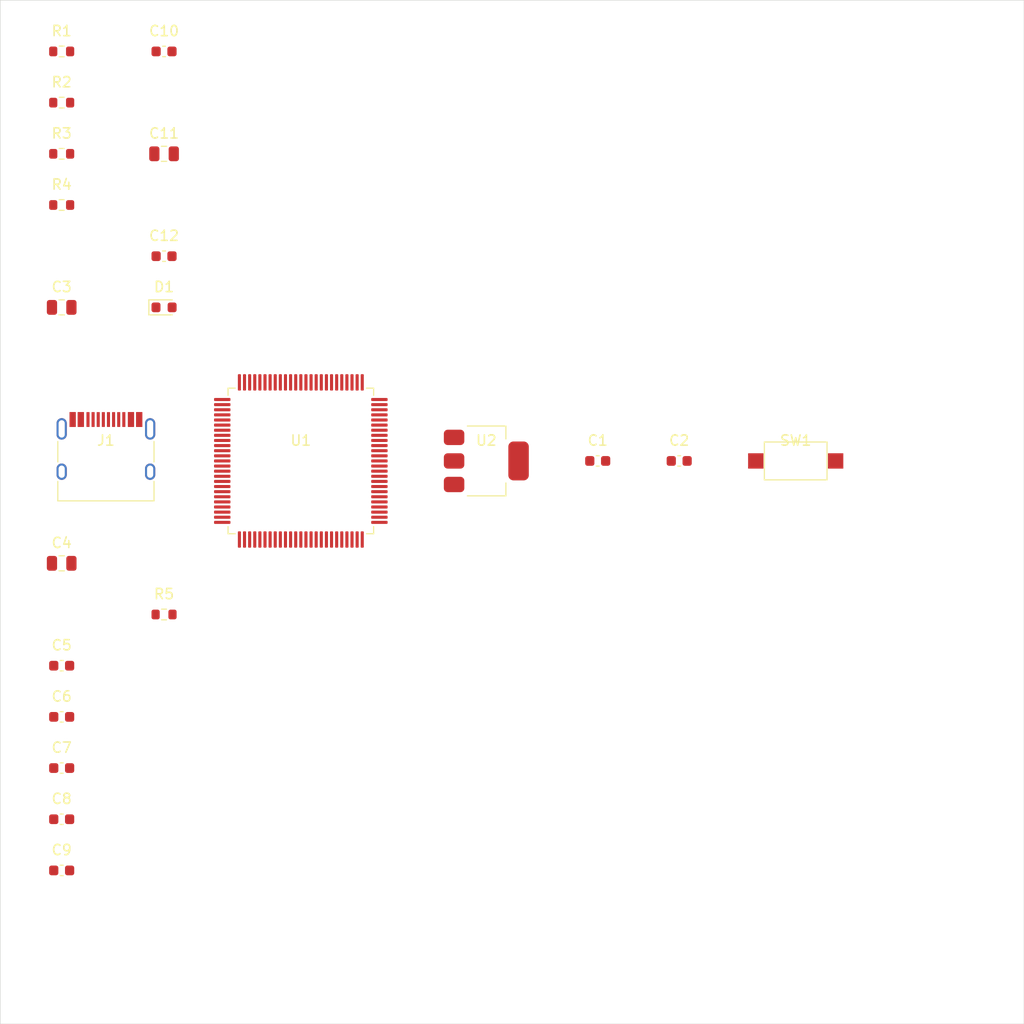
<source format=kicad_pcb>
(kicad_pcb (version 20241229) (generator "pcbnew") (generator_version "9.0")
  (layers (0 "F.Cu" signal) (2 "B.Cu" signal) (13 "F.Paste" user) (15 "B.Paste" user) (5 "F.SilkS" user "F.Silkscreen") (7 "B.SilkS" user "B.Silkscreen") (1 "F.Mask" user) (3 "B.Mask" user) (25 "Edge.Cuts" user))
  (net 0 "")
  (footprint "Connector_USB:USB_C_Receptacle_HRO_TYPE-C-31-M-12" (layer "F.Cu") (at 10.32 45.0)
    (property "Reference" "J1" (at 0 -2 0) (layer "F.SilkS") (effects (font (size 1.0 1.0))))
    (property "Value" "")
    (fp_line (start -4.7 -1.9) (end -4.7 0.1) (stroke (width 0.12)) (layer "F.SilkS"))
    (fp_line (start -4.7 2.0) (end -4.7 3.9) (stroke (width 0.12)) (layer "F.SilkS"))
    (fp_line (start -4.7 3.9) (end 4.7 3.9) (stroke (width 0.12)) (layer "F.SilkS"))
    (fp_line (start 4.7 -1.9) (end 4.7 0.1) (stroke (width 0.12)) (layer "F.SilkS"))
    (fp_line (start 4.7 2.0) (end 4.7 3.9) (stroke (width 0.12)) (layer "F.SilkS"))
    (pad "" np_thru_hole circle (at -2.89 -2.6) (size 0.65 0.65) (layers "*.Cu" "*.Mask") (drill 0.65))
    (pad "" np_thru_hole circle (at 2.89 -2.6) (size 0.65 0.65) (layers "*.Cu" "*.Mask") (drill 0.65))
    (pad "A1" smd rect (at -3.25 -4.045) (size 0.6 1.45) (layers "F.Cu" "F.Mask" "F.Paste"))
    (pad "A4" smd rect (at -2.45 -4.045) (size 0.6 1.45) (layers "F.Cu" "F.Mask" "F.Paste"))
    (pad "A5" smd rect (at -1.25 -4.045) (size 0.3 1.45) (layers "F.Cu" "F.Mask" "F.Paste"))
    (pad "A6" smd rect (at -0.25 -4.045) (size 0.3 1.45) (layers "F.Cu" "F.Mask" "F.Paste"))
    (pad "A7" smd rect (at 0.25 -4.045) (size 0.3 1.45) (layers "F.Cu" "F.Mask" "F.Paste"))
    (pad "A8" smd rect (at 1.25 -4.045) (size 0.3 1.45) (layers "F.Cu" "F.Mask" "F.Paste"))
    (pad "A9" smd rect (at 2.45 -4.045) (size 0.6 1.45) (layers "F.Cu" "F.Mask" "F.Paste"))
    (pad "A12" smd rect (at 3.25 -4.045) (size 0.6 1.45) (layers "F.Cu" "F.Mask" "F.Paste"))
    (pad "B1" smd rect (at 3.25 -4.045) (size 0.6 1.45) (layers "F.Cu" "F.Mask" "F.Paste"))
    (pad "B4" smd rect (at 2.45 -4.045) (size 0.6 1.45) (layers "F.Cu" "F.Mask" "F.Paste"))
    (pad "B5" smd rect (at 1.75 -4.045) (size 0.3 1.45) (layers "F.Cu" "F.Mask" "F.Paste"))
    (pad "B6" smd rect (at 0.75 -4.045) (size 0.3 1.45) (layers "F.Cu" "F.Mask" "F.Paste"))
    (pad "B7" smd rect (at -0.75 -4.045) (size 0.3 1.45) (layers "F.Cu" "F.Mask" "F.Paste"))
    (pad "B8" smd rect (at -1.75 -4.045) (size 0.3 1.45) (layers "F.Cu" "F.Mask" "F.Paste"))
    (pad "B9" smd rect (at -2.45 -4.045) (size 0.6 1.45) (layers "F.Cu" "F.Mask" "F.Paste"))
    (pad "B12" smd rect (at -3.25 -4.045) (size 0.6 1.45) (layers "F.Cu" "F.Mask" "F.Paste"))
    (pad "S1" thru_hole oval (at -4.32 -3.13) (size 1.0 2.1) (layers "*.Cu" "*.Mask") (drill oval 0.6 1.7) (property pad_prop_heatsink))
    (pad "S1" thru_hole oval (at -4.32 1.05) (size 1.0 1.6) (layers "*.Cu" "*.Mask") (drill oval 0.6 1.2) (property pad_prop_heatsink))
    (pad "S1" thru_hole oval (at 4.32 -3.13) (size 1.0 2.1) (layers "*.Cu" "*.Mask") (drill oval 0.6 1.7) (property pad_prop_heatsink))
    (pad "S1" thru_hole oval (at 4.32 1.05) (size 1.0 1.6) (layers "*.Cu" "*.Mask") (drill oval 0.6 1.2) (property pad_prop_heatsink))
  )
  (footprint "Package_QFP:LQFP-100_14x14mm_P0.5mm" (layer "F.Cu") (at 29.36 45.0)
    (property "Reference" "U1" (at 0 -2 0) (layer "F.SilkS") (effects (font (size 1.0 1.0))))
    (property "Value" "")
    (fp_line (start -7.11 -7.11) (end -7.11 -6.41) (stroke (width 0.12)) (layer "F.SilkS"))
    (fp_line (start -7.11 7.11) (end -7.11 6.41) (stroke (width 0.12)) (layer "F.SilkS"))
    (fp_line (start -6.41 -7.11) (end -7.11 -7.11) (stroke (width 0.12)) (layer "F.SilkS"))
    (fp_line (start -6.41 7.11) (end -7.11 7.11) (stroke (width 0.12)) (layer "F.SilkS"))
    (fp_line (start 6.41 -7.11) (end 7.11 -7.11) (stroke (width 0.12)) (layer "F.SilkS"))
    (fp_line (start 6.41 7.11) (end 7.11 7.11) (stroke (width 0.12)) (layer "F.SilkS"))
    (fp_line (start 7.11 -7.11) (end 7.11 -6.41) (stroke (width 0.12)) (layer "F.SilkS"))
    (fp_line (start 7.11 7.11) (end 7.11 6.41) (stroke (width 0.12)) (layer "F.SilkS"))
    (pad "1" smd roundrect (at -7.675 -6.0) (size 1.6 0.3) (layers "F.Cu" "F.Paste" "F.Mask"))
    (pad "2" smd roundrect (at -7.675 -5.5) (size 1.6 0.3) (layers "F.Cu" "F.Paste" "F.Mask"))
    (pad "3" smd roundrect (at -7.675 -5.0) (size 1.6 0.3) (layers "F.Cu" "F.Paste" "F.Mask"))
    (pad "4" smd roundrect (at -7.675 -4.5) (size 1.6 0.3) (layers "F.Cu" "F.Paste" "F.Mask"))
    (pad "5" smd roundrect (at -7.675 -4.0) (size 1.6 0.3) (layers "F.Cu" "F.Paste" "F.Mask"))
    (pad "6" smd roundrect (at -7.675 -3.5) (size 1.6 0.3) (layers "F.Cu" "F.Paste" "F.Mask"))
    (pad "7" smd roundrect (at -7.675 -3.0) (size 1.6 0.3) (layers "F.Cu" "F.Paste" "F.Mask"))
    (pad "8" smd roundrect (at -7.675 -2.5) (size 1.6 0.3) (layers "F.Cu" "F.Paste" "F.Mask"))
    (pad "9" smd roundrect (at -7.675 -2.0) (size 1.6 0.3) (layers "F.Cu" "F.Paste" "F.Mask"))
    (pad "10" smd roundrect (at -7.675 -1.5) (size 1.6 0.3) (layers "F.Cu" "F.Paste" "F.Mask"))
    (pad "11" smd roundrect (at -7.675 -1.0) (size 1.6 0.3) (layers "F.Cu" "F.Paste" "F.Mask"))
    (pad "12" smd roundrect (at -7.675 -0.5) (size 1.6 0.3) (layers "F.Cu" "F.Paste" "F.Mask"))
    (pad "13" smd roundrect (at -7.675 0.0) (size 1.6 0.3) (layers "F.Cu" "F.Paste" "F.Mask"))
    (pad "14" smd roundrect (at -7.675 0.5) (size 1.6 0.3) (layers "F.Cu" "F.Paste" "F.Mask"))
    (pad "15" smd roundrect (at -7.675 1.0) (size 1.6 0.3) (layers "F.Cu" "F.Paste" "F.Mask"))
    (pad "16" smd roundrect (at -7.675 1.5) (size 1.6 0.3) (layers "F.Cu" "F.Paste" "F.Mask"))
    (pad "17" smd roundrect (at -7.675 2.0) (size 1.6 0.3) (layers "F.Cu" "F.Paste" "F.Mask"))
    (pad "18" smd roundrect (at -7.675 2.5) (size 1.6 0.3) (layers "F.Cu" "F.Paste" "F.Mask"))
    (pad "19" smd roundrect (at -7.675 3.0) (size 1.6 0.3) (layers "F.Cu" "F.Paste" "F.Mask"))
    (pad "20" smd roundrect (at -7.675 3.5) (size 1.6 0.3) (layers "F.Cu" "F.Paste" "F.Mask"))
    (pad "21" smd roundrect (at -7.675 4.0) (size 1.6 0.3) (layers "F.Cu" "F.Paste" "F.Mask"))
    (pad "22" smd roundrect (at -7.675 4.5) (size 1.6 0.3) (layers "F.Cu" "F.Paste" "F.Mask"))
    (pad "23" smd roundrect (at -7.675 5.0) (size 1.6 0.3) (layers "F.Cu" "F.Paste" "F.Mask"))
    (pad "24" smd roundrect (at -7.675 5.5) (size 1.6 0.3) (layers "F.Cu" "F.Paste" "F.Mask"))
    (pad "25" smd roundrect (at -7.675 6.0) (size 1.6 0.3) (layers "F.Cu" "F.Paste" "F.Mask"))
    (pad "26" smd roundrect (at -6.0 7.675) (size 0.3 1.6) (layers "F.Cu" "F.Paste" "F.Mask"))
    (pad "27" smd roundrect (at -5.5 7.675) (size 0.3 1.6) (layers "F.Cu" "F.Paste" "F.Mask"))
    (pad "28" smd roundrect (at -5.0 7.675) (size 0.3 1.6) (layers "F.Cu" "F.Paste" "F.Mask"))
    (pad "29" smd roundrect (at -4.5 7.675) (size 0.3 1.6) (layers "F.Cu" "F.Paste" "F.Mask"))
    (pad "30" smd roundrect (at -4.0 7.675) (size 0.3 1.6) (layers "F.Cu" "F.Paste" "F.Mask"))
    (pad "31" smd roundrect (at -3.5 7.675) (size 0.3 1.6) (layers "F.Cu" "F.Paste" "F.Mask"))
    (pad "32" smd roundrect (at -3.0 7.675) (size 0.3 1.6) (layers "F.Cu" "F.Paste" "F.Mask"))
    (pad "33" smd roundrect (at -2.5 7.675) (size 0.3 1.6) (layers "F.Cu" "F.Paste" "F.Mask"))
    (pad "34" smd roundrect (at -2.0 7.675) (size 0.3 1.6) (layers "F.Cu" "F.Paste" "F.Mask"))
    (pad "35" smd roundrect (at -1.5 7.675) (size 0.3 1.6) (layers "F.Cu" "F.Paste" "F.Mask"))
    (pad "36" smd roundrect (at -1.0 7.675) (size 0.3 1.6) (layers "F.Cu" "F.Paste" "F.Mask"))
    (pad "37" smd roundrect (at -0.5 7.675) (size 0.3 1.6) (layers "F.Cu" "F.Paste" "F.Mask"))
    (pad "38" smd roundrect (at 0.0 7.675) (size 0.3 1.6) (layers "F.Cu" "F.Paste" "F.Mask"))
    (pad "39" smd roundrect (at 0.5 7.675) (size 0.3 1.6) (layers "F.Cu" "F.Paste" "F.Mask"))
    (pad "40" smd roundrect (at 1.0 7.675) (size 0.3 1.6) (layers "F.Cu" "F.Paste" "F.Mask"))
    (pad "41" smd roundrect (at 1.5 7.675) (size 0.3 1.6) (layers "F.Cu" "F.Paste" "F.Mask"))
    (pad "42" smd roundrect (at 2.0 7.675) (size 0.3 1.6) (layers "F.Cu" "F.Paste" "F.Mask"))
    (pad "43" smd roundrect (at 2.5 7.675) (size 0.3 1.6) (layers "F.Cu" "F.Paste" "F.Mask"))
    (pad "44" smd roundrect (at 3.0 7.675) (size 0.3 1.6) (layers "F.Cu" "F.Paste" "F.Mask"))
    (pad "45" smd roundrect (at 3.5 7.675) (size 0.3 1.6) (layers "F.Cu" "F.Paste" "F.Mask"))
    (pad "46" smd roundrect (at 4.0 7.675) (size 0.3 1.6) (layers "F.Cu" "F.Paste" "F.Mask"))
    (pad "47" smd roundrect (at 4.5 7.675) (size 0.3 1.6) (layers "F.Cu" "F.Paste" "F.Mask"))
    (pad "48" smd roundrect (at 5.0 7.675) (size 0.3 1.6) (layers "F.Cu" "F.Paste" "F.Mask"))
    (pad "49" smd roundrect (at 5.5 7.675) (size 0.3 1.6) (layers "F.Cu" "F.Paste" "F.Mask"))
    (pad "50" smd roundrect (at 6.0 7.675) (size 0.3 1.6) (layers "F.Cu" "F.Paste" "F.Mask"))
    (pad "51" smd roundrect (at 7.675 6.0) (size 1.6 0.3) (layers "F.Cu" "F.Paste" "F.Mask"))
    (pad "52" smd roundrect (at 7.675 5.5) (size 1.6 0.3) (layers "F.Cu" "F.Paste" "F.Mask"))
    (pad "53" smd roundrect (at 7.675 5.0) (size 1.6 0.3) (layers "F.Cu" "F.Paste" "F.Mask"))
    (pad "54" smd roundrect (at 7.675 4.5) (size 1.6 0.3) (layers "F.Cu" "F.Paste" "F.Mask"))
    (pad "55" smd roundrect (at 7.675 4.0) (size 1.6 0.3) (layers "F.Cu" "F.Paste" "F.Mask"))
    (pad "56" smd roundrect (at 7.675 3.5) (size 1.6 0.3) (layers "F.Cu" "F.Paste" "F.Mask"))
    (pad "57" smd roundrect (at 7.675 3.0) (size 1.6 0.3) (layers "F.Cu" "F.Paste" "F.Mask"))
    (pad "58" smd roundrect (at 7.675 2.5) (size 1.6 0.3) (layers "F.Cu" "F.Paste" "F.Mask"))
    (pad "59" smd roundrect (at 7.675 2.0) (size 1.6 0.3) (layers "F.Cu" "F.Paste" "F.Mask"))
    (pad "60" smd roundrect (at 7.675 1.5) (size 1.6 0.3) (layers "F.Cu" "F.Paste" "F.Mask"))
    (pad "61" smd roundrect (at 7.675 1.0) (size 1.6 0.3) (layers "F.Cu" "F.Paste" "F.Mask"))
    (pad "62" smd roundrect (at 7.675 0.5) (size 1.6 0.3) (layers "F.Cu" "F.Paste" "F.Mask"))
    (pad "63" smd roundrect (at 7.675 0.0) (size 1.6 0.3) (layers "F.Cu" "F.Paste" "F.Mask"))
    (pad "64" smd roundrect (at 7.675 -0.5) (size 1.6 0.3) (layers "F.Cu" "F.Paste" "F.Mask"))
    (pad "65" smd roundrect (at 7.675 -1.0) (size 1.6 0.3) (layers "F.Cu" "F.Paste" "F.Mask"))
    (pad "66" smd roundrect (at 7.675 -1.5) (size 1.6 0.3) (layers "F.Cu" "F.Paste" "F.Mask"))
    (pad "67" smd roundrect (at 7.675 -2.0) (size 1.6 0.3) (layers "F.Cu" "F.Paste" "F.Mask"))
    (pad "68" smd roundrect (at 7.675 -2.5) (size 1.6 0.3) (layers "F.Cu" "F.Paste" "F.Mask"))
    (pad "69" smd roundrect (at 7.675 -3.0) (size 1.6 0.3) (layers "F.Cu" "F.Paste" "F.Mask"))
    (pad "70" smd roundrect (at 7.675 -3.5) (size 1.6 0.3) (layers "F.Cu" "F.Paste" "F.Mask"))
    (pad "71" smd roundrect (at 7.675 -4.0) (size 1.6 0.3) (layers "F.Cu" "F.Paste" "F.Mask"))
    (pad "72" smd roundrect (at 7.675 -4.5) (size 1.6 0.3) (layers "F.Cu" "F.Paste" "F.Mask"))
    (pad "73" smd roundrect (at 7.675 -5.0) (size 1.6 0.3) (layers "F.Cu" "F.Paste" "F.Mask"))
    (pad "74" smd roundrect (at 7.675 -5.5) (size 1.6 0.3) (layers "F.Cu" "F.Paste" "F.Mask"))
    (pad "75" smd roundrect (at 7.675 -6.0) (size 1.6 0.3) (layers "F.Cu" "F.Paste" "F.Mask"))
    (pad "76" smd roundrect (at 6.0 -7.675) (size 0.3 1.6) (layers "F.Cu" "F.Paste" "F.Mask"))
    (pad "77" smd roundrect (at 5.5 -7.675) (size 0.3 1.6) (layers "F.Cu" "F.Paste" "F.Mask"))
    (pad "78" smd roundrect (at 5.0 -7.675) (size 0.3 1.6) (layers "F.Cu" "F.Paste" "F.Mask"))
    (pad "79" smd roundrect (at 4.5 -7.675) (size 0.3 1.6) (layers "F.Cu" "F.Paste" "F.Mask"))
    (pad "80" smd roundrect (at 4.0 -7.675) (size 0.3 1.6) (layers "F.Cu" "F.Paste" "F.Mask"))
    (pad "81" smd roundrect (at 3.5 -7.675) (size 0.3 1.6) (layers "F.Cu" "F.Paste" "F.Mask"))
    (pad "82" smd roundrect (at 3.0 -7.675) (size 0.3 1.6) (layers "F.Cu" "F.Paste" "F.Mask"))
    (pad "83" smd roundrect (at 2.5 -7.675) (size 0.3 1.6) (layers "F.Cu" "F.Paste" "F.Mask"))
    (pad "84" smd roundrect (at 2.0 -7.675) (size 0.3 1.6) (layers "F.Cu" "F.Paste" "F.Mask"))
    (pad "85" smd roundrect (at 1.5 -7.675) (size 0.3 1.6) (layers "F.Cu" "F.Paste" "F.Mask"))
    (pad "86" smd roundrect (at 1.0 -7.675) (size 0.3 1.6) (layers "F.Cu" "F.Paste" "F.Mask"))
    (pad "87" smd roundrect (at 0.5 -7.675) (size 0.3 1.6) (layers "F.Cu" "F.Paste" "F.Mask"))
    (pad "88" smd roundrect (at 0.0 -7.675) (size 0.3 1.6) (layers "F.Cu" "F.Paste" "F.Mask"))
    (pad "89" smd roundrect (at -0.5 -7.675) (size 0.3 1.6) (layers "F.Cu" "F.Paste" "F.Mask"))
    (pad "90" smd roundrect (at -1.0 -7.675) (size 0.3 1.6) (layers "F.Cu" "F.Paste" "F.Mask"))
    (pad "91" smd roundrect (at -1.5 -7.675) (size 0.3 1.6) (layers "F.Cu" "F.Paste" "F.Mask"))
    (pad "92" smd roundrect (at -2.0 -7.675) (size 0.3 1.6) (layers "F.Cu" "F.Paste" "F.Mask"))
    (pad "93" smd roundrect (at -2.5 -7.675) (size 0.3 1.6) (layers "F.Cu" "F.Paste" "F.Mask"))
    (pad "94" smd roundrect (at -3.0 -7.675) (size 0.3 1.6) (layers "F.Cu" "F.Paste" "F.Mask"))
    (pad "95" smd roundrect (at -3.5 -7.675) (size 0.3 1.6) (layers "F.Cu" "F.Paste" "F.Mask"))
    (pad "96" smd roundrect (at -4.0 -7.675) (size 0.3 1.6) (layers "F.Cu" "F.Paste" "F.Mask"))
    (pad "97" smd roundrect (at -4.5 -7.675) (size 0.3 1.6) (layers "F.Cu" "F.Paste" "F.Mask"))
    (pad "98" smd roundrect (at -5.0 -7.675) (size 0.3 1.6) (layers "F.Cu" "F.Paste" "F.Mask"))
    (pad "99" smd roundrect (at -5.5 -7.675) (size 0.3 1.6) (layers "F.Cu" "F.Paste" "F.Mask"))
    (pad "100" smd roundrect (at -6.0 -7.675) (size 0.3 1.6) (layers "F.Cu" "F.Paste" "F.Mask"))
  )
  (footprint "Package_TO_SOT_SMD:SOT-223-3_TabPin2" (layer "F.Cu") (at 47.48 45.0)
    (property "Reference" "U2" (at 0 -2 0) (layer "F.SilkS") (effects (font (size 1.0 1.0))))
    (property "Value" "")
    (fp_line (start -1.85 -3.41) (end 1.91 -3.41) (stroke (width 0.12)) (layer "F.SilkS"))
    (fp_line (start -1.85 3.41) (end 1.91 3.41) (stroke (width 0.12)) (layer "F.SilkS"))
    (fp_line (start 1.91 -3.41) (end 1.91 -2.15) (stroke (width 0.12)) (layer "F.SilkS"))
    (fp_line (start 1.91 3.41) (end 1.91 2.15) (stroke (width 0.12)) (layer "F.SilkS"))
    (pad "1" smd roundrect (at -3.15 -2.3) (size 2.0 1.5) (layers "F.Cu" "F.Mask" "F.Paste"))
    (pad "2" smd roundrect (at -3.15 0.0) (size 2.0 1.5) (layers "F.Cu" "F.Mask" "F.Paste"))
    (pad "2" smd roundrect (at 3.15 0.0) (size 2.0 3.8) (layers "F.Cu" "F.Mask" "F.Paste"))
    (pad "3" smd roundrect (at -3.15 2.3) (size 2.0 1.5) (layers "F.Cu" "F.Mask" "F.Paste"))
  )
  (footprint "Capacitor_SMD:C_0603_1608Metric" (layer "F.Cu") (at 58.35999999999999 45.0)
    (property "Reference" "C1" (at 0 -2 0) (layer "F.SilkS") (effects (font (size 1.0 1.0))))
    (property "Value" "22pF")
    (fp_line (start -0.14058 -0.51) (end 0.14058 -0.51) (stroke (width 0.12)) (layer "F.SilkS"))
    (fp_line (start -0.14058 0.51) (end 0.14058 0.51) (stroke (width 0.12)) (layer "F.SilkS"))
    (pad "1" smd roundrect (at -0.775 0.0) (size 0.9 0.95) (layers "F.Cu" "F.Mask" "F.Paste"))
    (pad "2" smd roundrect (at 0.775 0.0) (size 0.9 0.95) (layers "F.Cu" "F.Mask" "F.Paste"))
  )
  (footprint "Capacitor_SMD:C_0603_1608Metric" (layer "F.Cu") (at 66.32 45.0)
    (property "Reference" "C2" (at 0 -2 0) (layer "F.SilkS") (effects (font (size 1.0 1.0))))
    (property "Value" "22pF")
    (fp_line (start -0.14058 -0.51) (end 0.14058 -0.51) (stroke (width 0.12)) (layer "F.SilkS"))
    (fp_line (start -0.14058 0.51) (end 0.14058 0.51) (stroke (width 0.12)) (layer "F.SilkS"))
    (pad "1" smd roundrect (at -0.775 0.0) (size 0.9 0.95) (layers "F.Cu" "F.Mask" "F.Paste"))
    (pad "2" smd roundrect (at 0.775 0.0) (size 0.9 0.95) (layers "F.Cu" "F.Mask" "F.Paste"))
  )
  (footprint "Button_Switch_SMD:SW_SPST_CK_RS282G05A3" (layer "F.Cu") (at 77.69999999999999 45.0)
    (property "Reference" "SW1" (at 0 -2 0) (layer "F.SilkS") (effects (font (size 1.0 1.0))))
    (property "Value" "")
    (fp_line (start -3.06 -1.85) (end 3.06 -1.85) (stroke (width 0.12)) (layer "F.SilkS"))
    (fp_line (start -3.06 1.85) (end -3.06 -1.85) (stroke (width 0.12)) (layer "F.SilkS"))
    (fp_line (start 3.06 -1.85) (end 3.06 1.85) (stroke (width 0.12)) (layer "F.SilkS"))
    (fp_line (start 3.06 1.85) (end -3.06 1.85) (stroke (width 0.12)) (layer "F.SilkS"))
    (pad "1" smd rect (at -3.9 0.0) (size 1.5 1.5) (layers "F.Cu" "F.Mask" "F.Paste"))
    (pad "2" smd rect (at 3.9 0.0) (size 1.5 1.5) (layers "F.Cu" "F.Mask" "F.Paste"))
  )
  (footprint "Resistor_SMD:R_0603_1608Metric" (layer "F.Cu") (at 6.0 5.0)
    (property "Reference" "R1" (at 0 -2 0) (layer "F.SilkS") (effects (font (size 1.0 1.0))))
    (property "Value" "10k")
    (fp_line (start -0.237258 -0.5225) (end 0.237258 -0.5225) (stroke (width 0.12)) (layer "F.SilkS"))
    (fp_line (start -0.237258 0.5225) (end 0.237258 0.5225) (stroke (width 0.12)) (layer "F.SilkS"))
    (pad "1" smd roundrect (at -0.825 0.0) (size 0.8 0.95) (layers "F.Cu" "F.Mask" "F.Paste"))
    (pad "2" smd roundrect (at 0.825 0.0) (size 0.8 0.95) (layers "F.Cu" "F.Mask" "F.Paste"))
  )
  (footprint "Resistor_SMD:R_0603_1608Metric" (layer "F.Cu") (at 6.0 10.0)
    (property "Reference" "R2" (at 0 -2 0) (layer "F.SilkS") (effects (font (size 1.0 1.0))))
    (property "Value" "10k")
    (fp_line (start -0.237258 -0.5225) (end 0.237258 -0.5225) (stroke (width 0.12)) (layer "F.SilkS"))
    (fp_line (start -0.237258 0.5225) (end 0.237258 0.5225) (stroke (width 0.12)) (layer "F.SilkS"))
    (pad "1" smd roundrect (at -0.825 0.0) (size 0.8 0.95) (layers "F.Cu" "F.Mask" "F.Paste"))
    (pad "2" smd roundrect (at 0.825 0.0) (size 0.8 0.95) (layers "F.Cu" "F.Mask" "F.Paste"))
  )
  (footprint "Resistor_SMD:R_0603_1608Metric" (layer "F.Cu") (at 6.0 15.0)
    (property "Reference" "R3" (at 0 -2 0) (layer "F.SilkS") (effects (font (size 1.0 1.0))))
    (property "Value" "4.7k")
    (fp_line (start -0.237258 -0.5225) (end 0.237258 -0.5225) (stroke (width 0.12)) (layer "F.SilkS"))
    (fp_line (start -0.237258 0.5225) (end 0.237258 0.5225) (stroke (width 0.12)) (layer "F.SilkS"))
    (pad "1" smd roundrect (at -0.825 0.0) (size 0.8 0.95) (layers "F.Cu" "F.Mask" "F.Paste"))
    (pad "2" smd roundrect (at 0.825 0.0) (size 0.8 0.95) (layers "F.Cu" "F.Mask" "F.Paste"))
  )
  (footprint "Resistor_SMD:R_0603_1608Metric" (layer "F.Cu") (at 6.0 20.0)
    (property "Reference" "R4" (at 0 -2 0) (layer "F.SilkS") (effects (font (size 1.0 1.0))))
    (property "Value" "4.7k")
    (fp_line (start -0.237258 -0.5225) (end 0.237258 -0.5225) (stroke (width 0.12)) (layer "F.SilkS"))
    (fp_line (start -0.237258 0.5225) (end 0.237258 0.5225) (stroke (width 0.12)) (layer "F.SilkS"))
    (pad "1" smd roundrect (at -0.825 0.0) (size 0.8 0.95) (layers "F.Cu" "F.Mask" "F.Paste"))
    (pad "2" smd roundrect (at 0.825 0.0) (size 0.8 0.95) (layers "F.Cu" "F.Mask" "F.Paste"))
  )
  (footprint "Capacitor_SMD:C_0805_2012Metric" (layer "F.Cu") (at 6.0 30.0)
    (property "Reference" "C3" (at 0 -2 0) (layer "F.SilkS") (effects (font (size 1.0 1.0))))
    (property "Value" "10uF")
    (fp_line (start -0.261252 -0.735) (end 0.261252 -0.735) (stroke (width 0.12)) (layer "F.SilkS"))
    (fp_line (start -0.261252 0.735) (end 0.261252 0.735) (stroke (width 0.12)) (layer "F.SilkS"))
    (pad "1" smd roundrect (at -0.95 0.0) (size 1.0 1.45) (layers "F.Cu" "F.Mask" "F.Paste"))
    (pad "2" smd roundrect (at 0.95 0.0) (size 1.0 1.45) (layers "F.Cu" "F.Mask" "F.Paste"))
  )
  (footprint "Capacitor_SMD:C_0805_2012Metric" (layer "F.Cu") (at 6.0 55.0)
    (property "Reference" "C4" (at 0 -2 0) (layer "F.SilkS") (effects (font (size 1.0 1.0))))
    (property "Value" "22uF")
    (fp_line (start -0.261252 -0.735) (end 0.261252 -0.735) (stroke (width 0.12)) (layer "F.SilkS"))
    (fp_line (start -0.261252 0.735) (end 0.261252 0.735) (stroke (width 0.12)) (layer "F.SilkS"))
    (pad "1" smd roundrect (at -0.95 0.0) (size 1.0 1.45) (layers "F.Cu" "F.Mask" "F.Paste"))
    (pad "2" smd roundrect (at 0.95 0.0) (size 1.0 1.45) (layers "F.Cu" "F.Mask" "F.Paste"))
  )
  (footprint "Capacitor_SMD:C_0603_1608Metric" (layer "F.Cu") (at 6.0 65.0)
    (property "Reference" "C5" (at 0 -2 0) (layer "F.SilkS") (effects (font (size 1.0 1.0))))
    (property "Value" "100nF")
    (fp_line (start -0.14058 -0.51) (end 0.14058 -0.51) (stroke (width 0.12)) (layer "F.SilkS"))
    (fp_line (start -0.14058 0.51) (end 0.14058 0.51) (stroke (width 0.12)) (layer "F.SilkS"))
    (pad "1" smd roundrect (at -0.775 0.0) (size 0.9 0.95) (layers "F.Cu" "F.Mask" "F.Paste"))
    (pad "2" smd roundrect (at 0.775 0.0) (size 0.9 0.95) (layers "F.Cu" "F.Mask" "F.Paste"))
  )
  (footprint "Capacitor_SMD:C_0603_1608Metric" (layer "F.Cu") (at 6.0 70.0)
    (property "Reference" "C6" (at 0 -2 0) (layer "F.SilkS") (effects (font (size 1.0 1.0))))
    (property "Value" "100nF")
    (fp_line (start -0.14058 -0.51) (end 0.14058 -0.51) (stroke (width 0.12)) (layer "F.SilkS"))
    (fp_line (start -0.14058 0.51) (end 0.14058 0.51) (stroke (width 0.12)) (layer "F.SilkS"))
    (pad "1" smd roundrect (at -0.775 0.0) (size 0.9 0.95) (layers "F.Cu" "F.Mask" "F.Paste"))
    (pad "2" smd roundrect (at 0.775 0.0) (size 0.9 0.95) (layers "F.Cu" "F.Mask" "F.Paste"))
  )
  (footprint "Capacitor_SMD:C_0603_1608Metric" (layer "F.Cu") (at 6.0 75.0)
    (property "Reference" "C7" (at 0 -2 0) (layer "F.SilkS") (effects (font (size 1.0 1.0))))
    (property "Value" "100nF")
    (fp_line (start -0.14058 -0.51) (end 0.14058 -0.51) (stroke (width 0.12)) (layer "F.SilkS"))
    (fp_line (start -0.14058 0.51) (end 0.14058 0.51) (stroke (width 0.12)) (layer "F.SilkS"))
    (pad "1" smd roundrect (at -0.775 0.0) (size 0.9 0.95) (layers "F.Cu" "F.Mask" "F.Paste"))
    (pad "2" smd roundrect (at 0.775 0.0) (size 0.9 0.95) (layers "F.Cu" "F.Mask" "F.Paste"))
  )
  (footprint "Capacitor_SMD:C_0603_1608Metric" (layer "F.Cu") (at 6.0 80.0)
    (property "Reference" "C8" (at 0 -2 0) (layer "F.SilkS") (effects (font (size 1.0 1.0))))
    (property "Value" "100nF")
    (fp_line (start -0.14058 -0.51) (end 0.14058 -0.51) (stroke (width 0.12)) (layer "F.SilkS"))
    (fp_line (start -0.14058 0.51) (end 0.14058 0.51) (stroke (width 0.12)) (layer "F.SilkS"))
    (pad "1" smd roundrect (at -0.775 0.0) (size 0.9 0.95) (layers "F.Cu" "F.Mask" "F.Paste"))
    (pad "2" smd roundrect (at 0.775 0.0) (size 0.9 0.95) (layers "F.Cu" "F.Mask" "F.Paste"))
  )
  (footprint "Capacitor_SMD:C_0603_1608Metric" (layer "F.Cu") (at 6.0 85.0)
    (property "Reference" "C9" (at 0 -2 0) (layer "F.SilkS") (effects (font (size 1.0 1.0))))
    (property "Value" "100nF")
    (fp_line (start -0.14058 -0.51) (end 0.14058 -0.51) (stroke (width 0.12)) (layer "F.SilkS"))
    (fp_line (start -0.14058 0.51) (end 0.14058 0.51) (stroke (width 0.12)) (layer "F.SilkS"))
    (pad "1" smd roundrect (at -0.775 0.0) (size 0.9 0.95) (layers "F.Cu" "F.Mask" "F.Paste"))
    (pad "2" smd roundrect (at 0.775 0.0) (size 0.9 0.95) (layers "F.Cu" "F.Mask" "F.Paste"))
  )
  (footprint "Capacitor_SMD:C_0603_1608Metric" (layer "F.Cu") (at 16.0 5.0)
    (property "Reference" "C10" (at 0 -2 0) (layer "F.SilkS") (effects (font (size 1.0 1.0))))
    (property "Value" "100nF")
    (fp_line (start -0.14058 -0.51) (end 0.14058 -0.51) (stroke (width 0.12)) (layer "F.SilkS"))
    (fp_line (start -0.14058 0.51) (end 0.14058 0.51) (stroke (width 0.12)) (layer "F.SilkS"))
    (pad "1" smd roundrect (at -0.775 0.0) (size 0.9 0.95) (layers "F.Cu" "F.Mask" "F.Paste"))
    (pad "2" smd roundrect (at 0.775 0.0) (size 0.9 0.95) (layers "F.Cu" "F.Mask" "F.Paste"))
  )
  (footprint "Capacitor_SMD:C_0805_2012Metric" (layer "F.Cu") (at 16.0 15.0)
    (property "Reference" "C11" (at 0 -2 0) (layer "F.SilkS") (effects (font (size 1.0 1.0))))
    (property "Value" "10uF")
    (fp_line (start -0.261252 -0.735) (end 0.261252 -0.735) (stroke (width 0.12)) (layer "F.SilkS"))
    (fp_line (start -0.261252 0.735) (end 0.261252 0.735) (stroke (width 0.12)) (layer "F.SilkS"))
    (pad "1" smd roundrect (at -0.95 0.0) (size 1.0 1.45) (layers "F.Cu" "F.Mask" "F.Paste"))
    (pad "2" smd roundrect (at 0.95 0.0) (size 1.0 1.45) (layers "F.Cu" "F.Mask" "F.Paste"))
  )
  (footprint "Capacitor_SMD:C_0603_1608Metric" (layer "F.Cu") (at 16.0 25.0)
    (property "Reference" "C12" (at 0 -2 0) (layer "F.SilkS") (effects (font (size 1.0 1.0))))
    (property "Value" "100nF")
    (fp_line (start -0.14058 -0.51) (end 0.14058 -0.51) (stroke (width 0.12)) (layer "F.SilkS"))
    (fp_line (start -0.14058 0.51) (end 0.14058 0.51) (stroke (width 0.12)) (layer "F.SilkS"))
    (pad "1" smd roundrect (at -0.775 0.0) (size 0.9 0.95) (layers "F.Cu" "F.Mask" "F.Paste"))
    (pad "2" smd roundrect (at 0.775 0.0) (size 0.9 0.95) (layers "F.Cu" "F.Mask" "F.Paste"))
  )
  (footprint "LED_SMD:LED_0603_1608Metric" (layer "F.Cu") (at 16.0 30.0)
    (property "Reference" "D1" (at 0 -2 0) (layer "F.SilkS") (effects (font (size 1.0 1.0))))
    (property "Value" "")
    (fp_line (start -1.485 -0.735) (end -1.485 0.735) (stroke (width 0.12)) (layer "F.SilkS"))
    (fp_line (start -1.485 0.735) (end 0.8 0.735) (stroke (width 0.12)) (layer "F.SilkS"))
    (fp_line (start 0.8 -0.735) (end -1.485 -0.735) (stroke (width 0.12)) (layer "F.SilkS"))
    (pad "1" smd roundrect (at -0.7875 0.0) (size 0.875 0.95) (layers "F.Cu" "F.Mask" "F.Paste"))
    (pad "2" smd roundrect (at 0.7875 0.0) (size 0.875 0.95) (layers "F.Cu" "F.Mask" "F.Paste"))
  )
  (footprint "Resistor_SMD:R_0603_1608Metric" (layer "F.Cu") (at 16.0 60.0)
    (property "Reference" "R5" (at 0 -2 0) (layer "F.SilkS") (effects (font (size 1.0 1.0))))
    (property "Value" "330")
    (fp_line (start -0.237258 -0.5225) (end 0.237258 -0.5225) (stroke (width 0.12)) (layer "F.SilkS"))
    (fp_line (start -0.237258 0.5225) (end 0.237258 0.5225) (stroke (width 0.12)) (layer "F.SilkS"))
    (pad "1" smd roundrect (at -0.825 0.0) (size 0.8 0.95) (layers "F.Cu" "F.Mask" "F.Paste"))
    (pad "2" smd roundrect (at 0.825 0.0) (size 0.8 0.95) (layers "F.Cu" "F.Mask" "F.Paste"))
  )
  (gr_rect (start 0 0) (end 100.0 100.0) (stroke (width 0.05)) (fill no) (layer "Edge.Cuts"))
)
</source>
